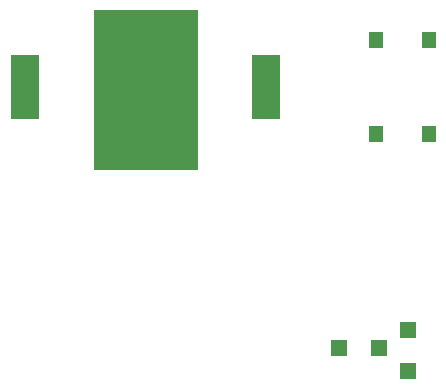
<source format=gtp>
%TF.GenerationSoftware,KiCad,Pcbnew,4.0.5-e0-6337~49~ubuntu16.04.1*%
%TF.CreationDate,2017-07-06T19:13:04-07:00*%
%TF.ProjectId,SMTLimitLED-SMTButton-Battery,534D544C696D69744C45442D534D5442,1.0*%
%TF.FileFunction,Paste,Top*%
%FSLAX46Y46*%
G04 Gerber Fmt 4.6, Leading zero omitted, Abs format (unit mm)*
G04 Created by KiCad (PCBNEW 4.0.5-e0-6337~49~ubuntu16.04.1) date Thu Jul  6 19:13:04 2017*
%MOMM*%
%LPD*%
G01*
G04 APERTURE LIST*
%ADD10C,0.350000*%
%ADD11R,1.347600X1.447600*%
%ADD12R,1.447600X1.347600*%
%ADD13R,2.447600X5.407600*%
%ADD14R,8.847600X13.647600*%
%ADD15R,1.147600X1.397600*%
G04 APERTURE END LIST*
D10*
D11*
X85190000Y-109300000D03*
X88610000Y-109300000D03*
D12*
X91000000Y-111260000D03*
X91000000Y-107840000D03*
D13*
X79013400Y-87222000D03*
D14*
X68809400Y-87476000D03*
D13*
X58613400Y-87222000D03*
D15*
X92803400Y-91202000D03*
X88303400Y-91202000D03*
X92803400Y-83252000D03*
X88303400Y-83252000D03*
M02*

</source>
